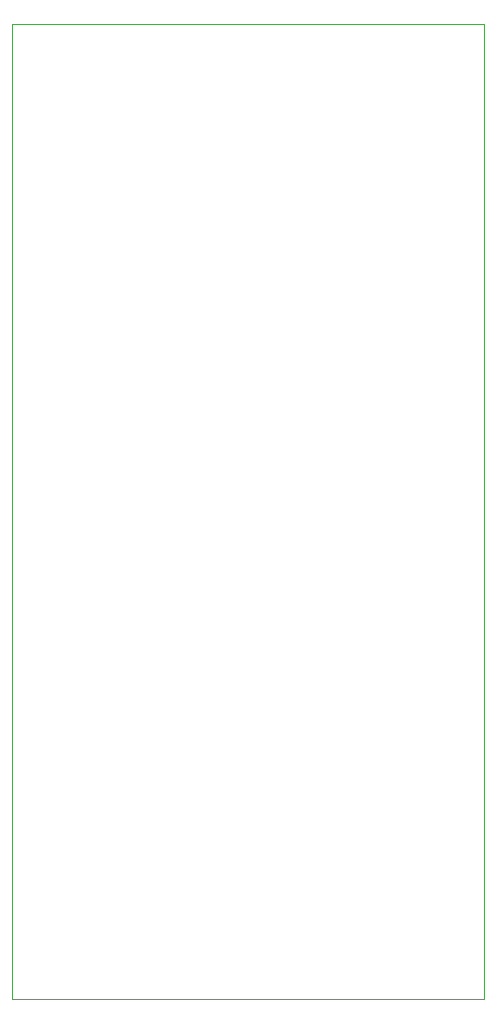
<source format=gm1>
G04 #@! TF.GenerationSoftware,KiCad,Pcbnew,(5.1.10-1-10_14)*
G04 #@! TF.CreationDate,2021-09-07T21:53:28-06:00*
G04 #@! TF.ProjectId,soil_moisture_0.5,736f696c-5f6d-46f6-9973-747572655f30,0.5*
G04 #@! TF.SameCoordinates,Original*
G04 #@! TF.FileFunction,Profile,NP*
%FSLAX46Y46*%
G04 Gerber Fmt 4.6, Leading zero omitted, Abs format (unit mm)*
G04 Created by KiCad (PCBNEW (5.1.10-1-10_14)) date 2021-09-07 21:53:28*
%MOMM*%
%LPD*%
G01*
G04 APERTURE LIST*
G04 #@! TA.AperFunction,Profile*
%ADD10C,0.050000*%
G04 #@! TD*
G04 APERTURE END LIST*
D10*
X168910000Y-129032000D02*
X168910000Y-128778000D01*
X125730000Y-129032000D02*
X168910000Y-129032000D01*
X168910000Y-39878000D02*
X168910000Y-128778000D01*
X125730000Y-39878000D02*
X125730000Y-129032000D01*
X168910000Y-39878000D02*
X125730000Y-39878000D01*
M02*

</source>
